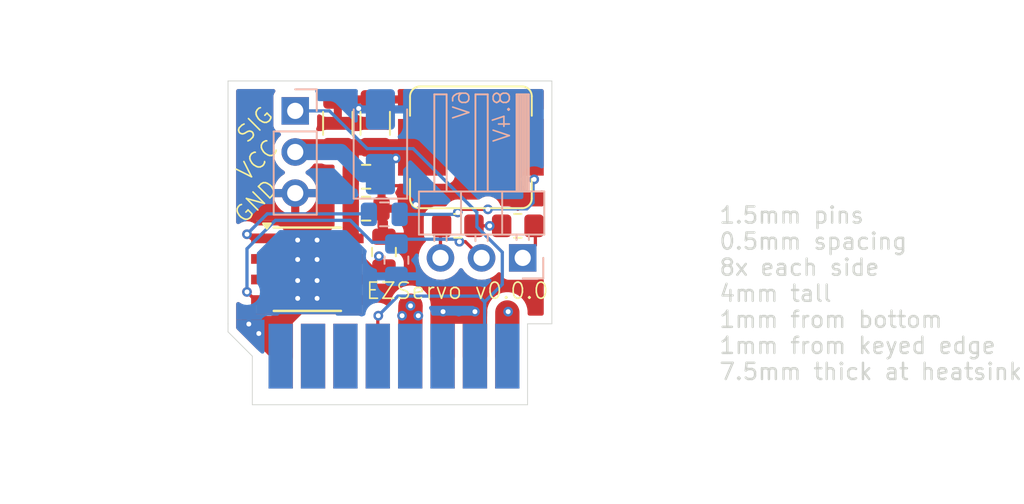
<source format=kicad_pcb>
(kicad_pcb (version 20240108) (generator "pcbnew") (generator_version "8.0")
  (title_block (title "EZ Servo") (date "2024-05-29") (rev "v0.0.0") (comment 1 "creativecommons.org/licenses/by-sa/4.0/") (comment 2 "License: CC BY-SA 4.0") (comment 3 "Author: Michael Smith"))
  (layers (0 "F.Cu" signal) (1 "In1.Cu" power) (2 "In2.Cu" power) (31 "B.Cu" signal) (34 "B.Paste" user) (35 "F.Paste" user) (36 "B.SilkS" user "B.Silkscreen") (37 "F.SilkS" user "F.Silkscreen") (38 "B.Mask" user) (39 "F.Mask" user) (44 "Edge.Cuts" user))
  (net 0 "")
  (net 1 "VOUT")
  (net 2 "GND")
  (net 3 "SERVO_PWM")
  (net 4 "8_4V")
  (net 5 "6V")
  (net 6 "SENSE")
  (net 7 "Net-(C2-Pad2)")
  (net 11 "Net-(U1-BOOT)")
  (net 12 "+24V")
  (footprint "Resistor_SMD:R_0805_2012Metric_Pad1.20x1.40mm_HandSolder" (layer "F.Cu") (at 39.19 33.95 180)
    (property "Reference" "R3" (hide yes))
    (property "Value" "39K")
    (fp_line (start -0.227064 0.735) (end 0.227064 0.735) (stroke (width 0.12)) (layer "F.SilkS"))
    (fp_line (start -0.227064 -0.735) (end 0.227064 -0.735) (stroke (width 0.12)) (layer "F.SilkS"))
    (pad "1" smd roundrect (at -1 0 180) (size 1.2 1.4) (layers "F.Cu" "F.Paste" "F.Mask") (roundrect_rratio 0.208333) (net 1 "VOUT"))
    (pad "2" smd roundrect (at 1 0 180) (size 1.2 1.4) (layers "F.Cu" "F.Paste" "F.Mask") (roundrect_rratio 0.208333) (net 5 "6V"))
  )
  (footprint "Resistor_SMD:R_0805_2012Metric_Pad1.20x1.40mm_HandSolder" (layer "F.Cu") (at 42.9 33.95)
    (property "Reference" "R1" (hide yes))
    (property "Value" "56K")
    (fp_line (start -0.227064 -0.735) (end 0.227064 -0.735) (stroke (width 0.12)) (layer "F.SilkS"))
    (fp_line (start -0.227064 0.735) (end 0.227064 0.735) (stroke (width 0.12)) (layer "F.SilkS"))
    (pad "1" smd roundrect (at -1 0) (size 1.2 1.4) (layers "F.Cu" "F.Paste" "F.Mask") (roundrect_rratio 0.208333) (net 1 "VOUT"))
    (pad "2" smd roundrect (at 1 0) (size 1.2 1.4) (layers "F.Cu" "F.Paste" "F.Mask") (roundrect_rratio 0.208333) (net 4 "8_4V"))
  )
  (footprint "Local Library:L_Bourns_SRP7050WA_7.9x7.3mm" (layer "F.Cu") (at 40 29.1 180)
    (property "Reference" "L1" (hide yes))
    (property "Value" "47uH")
    (fp_line (start 3.76 1.95) (end 3.76 3.1) (stroke (width 0.12)) (layer "F.SilkS"))
    (fp_line (start 3.76 -3.16) (end 3.76 -1.95) (stroke (width 0.12)) (layer "F.SilkS"))
    (fp_line (start 3.16 3.76) (end -3.16 3.76) (stroke (width 0.12)) (layer "F.SilkS"))
    (fp_line (start -3.16 -3.76) (end 3.16 -3.76) (stroke (width 0.12)) (layer "F.SilkS"))
    (fp_line (start -3.76 3.15) (end -3.76 1.95) (stroke (width 0.12)) (layer "F.SilkS"))
    (fp_line (start -3.76 -1.95) (end -3.76 -3.16) (stroke (width 0.12)) (layer "F.SilkS"))
    (fp_arc (start 3.76 3.1) (mid 3.59669 3.554264) (end 3.16 3.76) (stroke (width 0.12)) (layer "F.SilkS"))
    (fp_arc (start 3.16 -3.76) (mid 3.584264 -3.584264) (end 3.76 -3.16) (stroke (width 0.12)) (layer "F.SilkS"))
    (fp_arc (start -3.16 3.76) (mid -3.586334 3.579263) (end -3.76 3.15) (stroke (width 0.12)) (layer "F.SilkS"))
    (fp_arc (start -3.76 -3.16) (mid -3.584264 -3.584264) (end -3.16 -3.76) (stroke (width 0.12)) (layer "F.SilkS"))
    (pad "1" smd rect (at -3 0 180) (size 3 3.5) (layers "F.Cu" "F.Paste" "F.Mask") (net 7 "Net-(C2-Pad2)"))
    (pad "2" smd rect (at 3 0 180) (size 3 3.5) (layers "F.Cu" "F.Paste" "F.Mask") (net 1 "VOUT"))
  )
  (footprint "Capacitor_SMD:C_0805_2012Metric" (layer "F.Cu") (at 34.63 35.57 90)
    (property "Reference" "C1" (hide yes))
    (property "Value" "10uF")
    (fp_line (start -0.261252 -0.735) (end 0.261252 -0.735) (stroke (width 0.12)) (layer "F.SilkS"))
    (fp_line (start -0.261252 0.735) (end 0.261252 0.735) (stroke (width 0.12)) (layer "F.SilkS"))
    (pad "1" smd roundrect (at -0.95 0 90) (size 1 1.45) (layers "F.Cu" "F.Paste" "F.Mask") (net 12 "+24V"))
    (pad "2" smd roundrect (at 0.95 0 90) (size 1 1.45) (layers "F.Cu" "F.Paste" "F.Mask") (net 2 "GND"))
  )
  (footprint "Capacitor_SMD:C_1206_3216Metric" (layer "F.Cu") (at 34.09 27.62 90)
    (property "Reference" "C4" (hide yes))
    (property "Value" "100uF")
    (fp_line (start -0.711252 -0.91) (end 0.711252 -0.91) (stroke (width 0.12)) (layer "F.SilkS"))
    (fp_line (start -0.711252 0.91) (end 0.711252 0.91) (stroke (width 0.12)) (layer "F.SilkS"))
    (pad "1" smd roundrect (at -1.475 0 90) (size 1.15 1.8) (layers "F.Cu" "F.Paste" "F.Mask") (roundrect_rratio 0.217391) (net 1 "VOUT"))
    (pad "2" smd roundrect (at 1.475 0 90) (size 1.15 1.8) (layers "F.Cu" "F.Paste" "F.Mask") (roundrect_rratio 0.217391) (net 2 "GND"))
  )
  (footprint "Capacitor_SMD:C_0805_2012Metric" (layer "F.Cu") (at 33.53 30.92)
    (property "Reference" "C5" (hide yes))
    (property "Value" "10uF")
    (fp_line (start -0.261252 -0.735) (end 0.261252 -0.735) (stroke (width 0.12)) (layer "F.SilkS"))
    (fp_line (start -0.261252 0.735) (end 0.261252 0.735) (stroke (width 0.12)) (layer "F.SilkS"))
    (pad "1" smd roundrect (at -0.95 0) (size 1 1.45) (layers "F.Cu" "F.Paste" "F.Mask") (net 1 "VOUT"))
    (pad "2" smd roundrect (at 0.95 0) (size 1 1.45) (layers "F.Cu" "F.Paste" "F.Mask") (net 2 "GND"))
  )
  (footprint "Capacitor_SMD:C_1206_3216Metric" (layer "F.Cu") (at 31.78 27.62 90)
    (property "Reference" "C3" (hide yes))
    (property "Value" "100uF")
    (fp_line (start -0.711252 -0.91) (end 0.711252 -0.91) (stroke (width 0.12)) (layer "F.SilkS"))
    (fp_line (start -0.711252 0.91) (end 0.711252 0.91) (stroke (width 0.12)) (layer "F.SilkS"))
    (pad "1" smd roundrect (at -1.475 0 90) (size 1.15 1.8) (layers "F.Cu" "F.Paste" "F.Mask") (roundrect_rratio 0.217391) (net 1 "VOUT"))
    (pad "2" smd roundrect (at 1.475 0 90) (size 1.15 1.8) (layers "F.Cu" "F.Paste" "F.Mask") (roundrect_rratio 0.217391) (net 2 "GND"))
  )
  (footprint "Package_SO:TI_SO-PowerPAD-8_ThermalVias" (layer "F.Cu") (at 29.9 36.63)
    (property "Reference" "U1" (hide yes))
    (property "Value" "TPS5430DDA")
    (fp_line (start -2.075 -2.575) (end 2.075 -2.575) (stroke (width 0.15)) (layer "F.SilkS"))
    (fp_line (start -2.075 2.575) (end 2.075 2.575) (stroke (width 0.15)) (layer "F.SilkS"))
    (fp_poly (pts (xy -2.5 -2.5) (xy -2.74 -2.83) (xy -2.26 -2.83) (xy -2.5 -2.5)) (stroke (width 0.12)) (fill solid) (layer "F.SilkS"))
    (pad "1" smd rect (at -2.7 -1.905) (size 1.55 0.6) (layers "F.Cu" "F.Paste" "F.Mask") (net 11 "Net-(U1-BOOT)"))
    (pad "2" smd rect (at -2.7 -0.635) (size 1.55 0.6) (layers "F.Cu" "F.Paste" "F.Mask"))
    (pad "3" smd rect (at -2.7 0.635) (size 1.55 0.6) (layers "F.Cu" "F.Paste" "F.Mask"))
    (pad "4" smd rect (at -2.7 1.905) (size 1.55 0.6) (layers "F.Cu" "F.Paste" "F.Mask") (net 6 "SENSE"))
    (pad "5" smd rect (at 2.7 1.905) (size 1.55 0.6) (layers "F.Cu" "F.Paste" "F.Mask"))
    (pad "6" smd rect (at 2.7 0.635) (size 1.55 0.6) (layers "F.Cu" "F.Paste" "F.Mask") (net 2 "GND"))
    (pad "7" smd rect (at 2.7 -0.635) (size 1.55 0.6) (layers "F.Cu" "F.Paste" "F.Mask") (net 12 "+24V"))
    (pad "8" smd rect (at 2.7 -1.905) (size 1.55 0.6) (layers "F.Cu" "F.Paste" "F.Mask") (net 1 "VOUT"))
    (pad "9" thru_hole circle (at -0.6 -1.8) (size 0.6 0.6) (drill 0.3) (layers "*.Cu") (net 2 "GND"))
    (pad "9" thru_hole circle (at -0.6 -0.6) (size 0.6 0.6) (drill 0.3) (layers "*.Cu") (net 2 "GND"))
    (pad "9" thru_hole circle (at -0.6 0.7) (size 0.6 0.6) (drill 0.3) (layers "*.Cu") (net 2 "GND"))
    (pad "9" thru_hole circle (at -0.6 1.8) (size 0.6 0.6) (drill 0.3) (layers "*.Cu") (net 2 "GND"))
    (pad "9" smd rect (at 0 0) (size 2.6 3.1) (layers "F.Cu" "F.Paste" "F.Mask") (net 2 "GND"))
    (pad "9" smd rect (at 0 0) (size 2.95 4.5) (layers "F.Cu") (net 2 "GND"))
    (pad "9" smd rect (at 0 0) (size 2.95 4.5) (layers "B.Cu") (net 2 "GND"))
    (pad "9" thru_hole circle (at 0.6 -1.8) (size 0.6 0.6) (drill 0.3) (layers "*.Cu") (net 2 "GND"))
    (pad "9" thru_hole circle (at 0.6 -0.6) (size 0.6 0.6) (drill 0.3) (layers "*.Cu") (net 2 "GND"))
    (pad "9" thru_hole circle (at 0.6 0.7) (size 0.6 0.6) (drill 0.3) (layers "*.Cu") (net 2 "GND"))
    (pad "9" thru_hole circle (at 0.6 1.8) (size 0.6 0.6) (drill 0.3) (layers "*.Cu") (net 2 "GND"))
  )
  (footprint "Capacitor_SMD:C_0805_2012Metric" (layer "F.Cu") (at 33.53 32.89)
    (property "Reference" "C6" (hide yes))
    (property "Value" "10uF")
    (fp_line (start -0.261252 -0.735) (end 0.261252 -0.735) (stroke (width 0.12)) (layer "F.SilkS"))
    (fp_line (start -0.261252 0.735) (end 0.261252 0.735) (stroke (width 0.12)) (layer "F.SilkS"))
    (pad "1" smd roundrect (at -0.95 0) (size 1 1.45) (layers "F.Cu" "F.Paste" "F.Mask") (net 1 "VOUT"))
    (pad "2" smd roundrect (at 0.95 0) (size 1 1.45) (layers "F.Cu" "F.Paste" "F.Mask") (net 2 "GND"))
  )
  (footprint "Capacitor_SMD:C_0805_2012Metric" (layer "B.Cu") (at 34.65 33.24)
    (property "Reference" "C2" (hide yes))
    (property "Value" "100nF")
    (fp_line (start 0.261252 -0.735) (end -0.261252 -0.735) (stroke (width 0.12)) (layer "B.SilkS"))
    (fp_line (start 0.261252 0.735) (end -0.261252 0.735) (stroke (width 0.12)) (layer "B.SilkS"))
    (pad "1" smd roundrect (at -0.95 0) (size 1 1.45) (layers "B.Cu" "B.Paste" "B.Mask") (net 11 "Net-(U1-BOOT)"))
    (pad "2" smd roundrect (at 0.95 0) (size 1 1.45) (layers "B.Cu" "B.Paste" "B.Mask") (net 7 "Net-(C2-Pad2)"))
  )
  (footprint "Resistor_SMD:R_0805_2012Metric_Pad1.20x1.40mm_HandSolder" (layer "B.Cu") (at 35.4 36.07 -90)
    (property "Reference" "R2" (hide yes))
    (property "Value" "10K")
    (fp_line (start 0.227064 0.735) (end -0.227064 0.735) (stroke (width 0.12)) (layer "B.SilkS"))
    (fp_line (start 0.227064 -0.735) (end -0.227064 -0.735) (stroke (width 0.12)) (layer "B.SilkS"))
    (pad "1" smd roundrect (at -1 0 270) (size 1.2 1.4) (layers "B.Cu" "B.Paste" "B.Mask") (roundrect_rratio 0.208333) (net 6 "SENSE"))
    (pad "2" smd roundrect (at 1 0 270) (size 1.2 1.4) (layers "B.Cu" "B.Paste" "B.Mask") (roundrect_rratio 0.208333) (net 2 "GND"))
  )
  (footprint "Diode_SMD:D_SMA" (layer "B.Cu") (at 34.41 28.76 90)
    (property "Reference" "D1" (hide yes))
    (property "Value" "SS54")
    (fp_line (start 2 -1.65) (end -3.51 -1.65) (stroke (width 0.12)) (layer "B.SilkS"))
    (fp_line (start -3.51 -1.65) (end -3.51 1.65) (stroke (width 0.12)) (layer "B.SilkS"))
    (fp_line (start 2 1.65) (end -3.51 1.65) (stroke (width 0.12)) (layer "B.SilkS"))
    (pad "1" smd roundrect (at -2 0 90) (size 2.5 1.8) (layers "B.Cu" "B.Paste" "B.Mask") (roundrect_rratio 0.1388888889) (net 1 "VOUT"))
    (pad "2" smd roundrect (at 2 0 90) (size 2.5 1.8) (layers "B.Cu" "B.Paste" "B.Mask") (roundrect_rratio 0.1388888889) (net 2 "GND"))
  )
  (footprint "Local Library:BTT EZ" (layer "B.Cu") (at 35 42 180)
    (property "Reference" "J1" (hide yes))
    (property "Value" "Driver Pins")
    (fp_line (start 10 2) (end 10 1.5) (stroke (width 0.05)) (layer "Edge.Cuts"))
    (fp_line (start 10 1.5) (end 8.5 0) (stroke (width 0.05)) (layer "Edge.Cuts"))
    (fp_line (start 8.5 0) (end 8.5 -3) (stroke (width 0.05)) (layer "Edge.Cuts"))
    (fp_line (start 8.5 -3) (end -8.5 -3) (stroke (width 0.05)) (layer "Edge.Cuts"))
    (fp_line (start -8.5 -3) (end -8.5 2) (stroke (width 0.05)) (layer "Edge.Cuts"))
    (pad "1" connect rect (at -7.25 0 180) (size 1.5 4) (layers "B.Cu" "B.Mask"))
    (pad "2" connect rect (at -5.25 0 180) (size 1.5 4) (layers "B.Cu" "B.Mask") (net 3 "SERVO_PWM"))
    (pad "3" connect rect (at -3.25 0 180) (size 1.5 4) (layers "B.Cu" "B.Mask"))
    (pad "4" connect rect (at -1.25 0 180) (size 1.5 4) (layers "B.Cu" "B.Mask"))
    (pad "5" connect rect (at 0.75 0 180) (size 1.5 4) (layers "B.Cu" "B.Mask"))
    (pad "6" connect rect (at 2.75 0 180) (size 1.5 4) (layers "B.Cu" "B.Mask"))
    (pad "7" connect rect (at 4.75 0 180) (size 1.5 4) (layers "B.Cu" "B.Mask"))
    (pad "8" connect rect (at 6.75 0 180) (size 1.5 4) (layers "B.Cu" "B.Mask"))
    (pad "9" connect rect (at 6.75 0 180) (size 1.5 4) (layers "F.Cu" "F.Mask") (net 2 "GND"))
    (pad "10" connect rect (at 4.75 0 180) (size 1.5 4) (layers "F.Cu" "F.Mask"))
    (pad "11" connect rect (at 2.75 0 180) (size 1.5 4) (layers "F.Cu" "F.Mask"))
    (pad "12" connect rect (at 0.75 0 180) (size 1.5 4) (layers "F.Cu" "F.Mask") (net 3 "SERVO_PWM"))
    (pad "13" connect rect (at -1.25 0 180) (size 1.5 4) (layers "F.Cu" "F.Mask") (net 1 "VOUT"))
    (pad "14" connect rect (at -3.25 0 180) (size 1.5 4) (layers "F.Cu" "F.Mask") (net 2 "GND"))
    (pad "15" connect rect (at -5.25 0 180) (size 1.5 4) (layers "F.Cu" "F.Mask") (net 2 "GND"))
    (pad "16" connect rect (at -7.25 0 180) (size 1.5 4) (layers "F.Cu" "F.Mask") (net 12 "+24V"))
  )
  (footprint "Connector_PinHeader_2.54mm:PinHeader_1x03_P2.54mm_Vertical" (layer "B.Cu") (at 29.15 26.85 180)
    (property "Reference" "J2" (hide yes))
    (property "Value" "SERVO")
    (fp_line (start 1.33 -1.27) (end -1.33 -1.27) (stroke (width 0.12)) (layer "B.SilkS"))
    (fp_line (start 1.33 -6.41) (end 1.33 -1.27) (stroke (width 0.12)) (layer "B.SilkS"))
    (fp_line (start 1.33 -6.41) (end -1.33 -6.41) (stroke (width 0.12)) (layer "B.SilkS"))
    (fp_line (start 0 1.33) (end -1.33 1.33) (stroke (width 0.12)) (layer "B.SilkS"))
    (fp_line (start -1.33 1.33) (end -1.33 0) (stroke (width 0.12)) (layer "B.SilkS"))
    (fp_line (start -1.33 -6.41) (end -1.33 -1.27) (stroke (width 0.12)) (layer "B.SilkS"))
    (pad "1" thru_hole rect (at 0 0 180) (size 1.7 1.7) (drill 1) (layers "*.Cu" "*.Mask") (net 3 "SERVO_PWM"))
    (pad "2" thru_hole oval (at 0 -2.54 180) (size 1.7 1.7) (drill 1) (layers "*.Cu" "*.Mask") (net 1 "VOUT"))
    (pad "3" thru_hole oval (at 0 -5.08 180) (size 1.7 1.7) (drill 1) (layers "*.Cu" "*.Mask") (net 2 "GND"))
  )
  (footprint "Connector_PinHeader_2.54mm:PinHeader_1x03_P2.54mm_Horizontal" (layer "B.Cu") (at 43.2 35.93 90)
    (property "Reference" "J3" (hide yes))
    (property "Value" "VSEL")
    (fp_line (start 4.1 -6.41) (end 1.44 -6.41) (stroke (width 0.12)) (layer "B.SilkS"))
    (fp_line (start 1.44 -6.41) (end 1.44 1.33) (stroke (width 0.12)) (layer "B.SilkS"))
    (fp_line (start 10.1 -5.46) (end 10.1 -4.7) (stroke (width 0.12)) (layer "B.SilkS"))
    (fp_line (start 4.1 -5.46) (end 10.1 -5.46) (stroke (width 0.12)) (layer "B.SilkS"))
    (fp_line (start 1.44 -5.46) (end 1.042929 -5.46) (stroke (width 0.12)) (layer "B.SilkS"))
    (fp_line (start 10.1 -4.7) (end 4.1 -4.7) (stroke (width 0.12)) (layer "B.SilkS"))
    (fp_line (start 1.44 -4.7) (end 1.042929 -4.7) (stroke (width 0.12)) (layer "B.SilkS"))
    (fp_line (start 4.1 -3.81) (end 1.44 -3.81) (stroke (width 0.12)) (layer "B.SilkS"))
    (fp_line (start 10.1 -2.92) (end 10.1 -2.16) (stroke (width 0.12)) (layer "B.SilkS"))
    (fp_line (start 4.1 -2.92) (end 10.1 -2.92) (stroke (width 0.12)) (layer "B.SilkS"))
    (fp_line (start 1.44 -2.92) (end 1.042929 -2.92) (stroke (width 0.12)) (layer "B.SilkS"))
    (fp_line (start 10.1 -2.16) (end 4.1 -2.16) (stroke (width 0.12)) (layer "B.SilkS"))
    (fp_line (start 1.44 -2.16) (end 1.042929 -2.16) (stroke (width 0.12)) (layer "B.SilkS"))
    (fp_line (start 4.1 -1.27) (end 1.44 -1.27) (stroke (width 0.12)) (layer "B.SilkS"))
    (fp_line (start 10.1 -0.38) (end 10.1 0.38) (stroke (width 0.12)) (layer "B.SilkS"))
    (fp_line (start 4.1 -0.38) (end 10.1 -0.38) (stroke (width 0.12)) (layer "B.SilkS"))
    (fp_line (start 1.44 -0.38) (end 1.11 -0.38) (stroke (width 0.12)) (layer "B.SilkS"))
    (fp_line (start 10.1 -0.28) (end 4.1 -0.28) (stroke (width 0.12)) (layer "B.SilkS"))
    (fp_line (start 10.1 -0.16) (end 4.1 -0.16) (stroke (width 0.12)) (layer "B.SilkS"))
    (fp_line (start 10.1 -0.04) (end 4.1 -0.04) (stroke (width 0.12)) (layer "B.SilkS"))
    (fp_line (start 10.1 0.08) (end 4.1 0.08) (stroke (width 0.12)) (layer "B.SilkS"))
    (fp_line (start 10.1 0.2) (end 4.1 0.2) (stroke (width 0.12)) (layer "B.SilkS"))
    (fp_line (start 10.1 0.32) (end 4.1 0.32) (stroke (width 0.12)) (layer "B.SilkS"))
    (fp_line (start 10.1 0.38) (end 4.1 0.38) (stroke (width 0.12)) (layer "B.SilkS"))
    (fp_line (start 1.44 0.38) (end 1.11 0.38) (stroke (width 0.12)) (layer "B.SilkS"))
    (fp_line (start 0 1.27) (end -1.27 1.27) (stroke (width 0.12)) (layer "B.SilkS"))
    (fp_line (start -1.27 1.27) (end -1.27 0) (stroke (width 0.12)) (layer "B.SilkS"))
    (fp_line (start 4.1 1.33) (end 4.1 -6.41) (stroke (width 0.12)) (layer "B.SilkS"))
    (fp_line (start 1.44 1.33) (end 4.1 1.33) (stroke (width 0.12)) (layer "B.SilkS"))
    (pad "1" thru_hole rect (at 0 0 90) (size 1.7 1.7) (drill 1) (layers "*.Cu" "*.Mask") (net 4 "8_4V"))
    (pad "2" thru_hole oval (at 0 -2.54 90) (size 1.7 1.7) (drill 1) (layers "*.Cu" "*.Mask") (net 6 "SENSE"))
    (pad "3" thru_hole oval (at 0 -5.08 90) (size 1.7 1.7) (drill 1) (layers "*.Cu" "*.Mask") (net 5 "6V"))
  )
  (gr_line (start 45 25) (end 45 40) (stroke (width 0.05)) (layer "Edge.Cuts"))
  (gr_line (start 43.5 40) (end 45 40) (stroke (width 0.05)) (layer "Edge.Cuts"))
  (gr_line (start 25 40) (end 25 25) (stroke (width 0.05)) (layer "Edge.Cuts"))
  (gr_line (start 25 25) (end 45 25) (stroke (width 0.05)) (layer "Edge.Cuts"))
  (gr_text "8.4V" (at 42.5 25.5 90) (layer "B.SilkS") (effects (font (size 1 1) (thickness 0.1)) (justify left bottom mirror)))
  (gr_text "6V" (at 40 25.5 90) (layer "B.SilkS") (effects (font (size 1 1) (thickness 0.1)) (justify left bottom mirror)))
  (gr_text "SIG" (at 26.17 29.01 45) (layer "F.SilkS") (effects (font (size 1 1) (thickness 0.1)) (justify left bottom)))
  (gr_text "VCC" (at 26.19 31.36 45) (layer "F.SilkS") (effects (font (size 1 1) (thickness 0.1)) (justify left bottom)))
  (gr_text "EZServo ${REVISION}" (at 33.45 38.55 0) (layer "F.SilkS") (effects (font (size 1 1) (thickness 0.1)) (justify left bottom)))
  (gr_text "GND" (at 26.01 33.98 45) (layer "F.SilkS") (effects (font (size 1 1) (thickness 0.1)) (justify left bottom)))
  (gr_text "1.5mm pins\n0.5mm spacing\n8x each side\n4mm tall\n1mm from bottom\n1mm from keyed edge\n7.5mm thick at heatsink" (at 55.26 43.54 0) (layer "Edge.Cuts") (effects (font (size 1 1)) (justify left bottom)))
  (segment (start 37 29.1) (end 29.44 29.1) (width 1) (layer "F.Cu") (net 1))
  (segment (start 36.27 38.89) (end 36.25 39.5) (width 1.5) (layer "F.Cu") (net 1))
  (segment (start 35.36 29.78) (end 36.32 29.78) (width 0.2) (layer "F.Cu") (net 1))
  (segment (start 31.94 29.175) (end 31.86 29.095) (width 1) (layer "F.Cu") (net 1))
  (segment (start 36.25 42) (end 36.27 38.89) (width 1.5) (layer "F.Cu") (net 1))
  (segment (start 42.1375 33.93) (end 42.1575 33.95) (width 0.2) (layer "F.Cu") (net 1))
  (segment (start 29.44 29.1) (end 29.15 29.39) (width 1) (layer "F.Cu") (net 1))
  (segment (start 32.58 32.89) (end 32.58 29.155) (width 1) (layer "F.Cu") (net 1))
  (segment (start 40.6125 33.95) (end 42.1575 33.95) (width 0.2) (layer "F.Cu") (net 1))
  (segment (start 32.58 34.705) (end 32.6 34.725) (width 1) (layer "F.Cu") (net 1))
  (segment (start 32.58 32.89) (end 32.58 34.705) (width 1) (layer "F.Cu") (net 1))
  (segment (start 31.86 29.095) (end 31.78 29.095) (width 1) (layer "F.Cu") (net 1))
  (segment (start 36.32 29.78) (end 37 29.1) (width 0.2) (layer "F.Cu") (net 1))
  (via (at 36.27 38.89) (size 0.6) (drill 0.3) (layers "F.Cu" "B.Cu") (net 1))
  (via (at 35.75 39.5) (size 0.6) (drill 0.3) (layers "F.Cu" "B.Cu") (net 1))
  (via (at 35.36 29.78) (size 0.6) (drill 0.3) (layers "F.Cu" "B.Cu") (net 1))
  (via (at 41.159265 33.950735) (size 0.6) (drill 0.3) (layers "F.Cu" "B.Cu") (net 1))
  (via (at 36.75 39.5) (size 0.6) (drill 0.3) (layers "F.Cu" "B.Cu") (net 1))
  (segment (start 31.965 29.39) (end 33.335 30.76) (width 1) (layer "B.Cu") (net 1))
  (segment (start 29.15 29.39) (end 31.965 29.39) (width 1) (layer "B.Cu") (net 1))
  (segment (start 33.335 30.76) (end 34.41 30.76) (width 1) (layer "B.Cu") (net 1))
  (segment (start 34.48 30.92) (end 35.03 31.47) (width 0.2) (layer "F.Cu") (net 2))
  (segment (start 40.25 39.25) (end 40.25 39.5) (width 1.5) (layer "F.Cu") (net 2))
  (segment (start 29.3 38.43) (end 29.3 38.95) (width 1) (layer "F.Cu") (net 2))
  (segment (start 35.03 31.47) (end 35.82 31.47) (width 0.2) (layer "F.Cu") (net 2))
  (segment (start 26.9 40.6) (end 26.9 40.65) (width 1) (layer "F.Cu") (net 2))
  (segment (start 29.3 36.03) (end 29.26 35.99) (width 1) (layer "F.Cu") (net 2))
  (segment (start 26.9 40.6) (end 27.65 40.6) (width 1) (layer "F.Cu") (net 2))
  (segment (start 40.25 42) (end 40.25 39.25) (width 1.5) (layer "F.Cu") (net 2))
  (segment (start 26.283883 40.016117) (end 28.233883 40.016117) (width 1) (layer "F.Cu") (net 2))
  (segment (start 29.26 35.99) (end 29.26 35.46) (width 1) (layer "F.Cu") (net 2))
  (segment (start 28.25 42) (end 28.25 41.982234) (width 1.5) (layer "F.Cu") (net 2))
  (segment (start 28.25 42) (end 28.25 40) (width 1.5) (layer "F.Cu") (net 2))
  (segment (start 26.9 40.65) (end 28.25 42) (width 1) (layer "F.Cu") (net 2))
  (segment (start 28.233883 40.016117) (end 28.25 40) (width 1) (layer "F.Cu") (net 2))
  (segment (start 38.28 39.25) (end 40.25 39.25) (width 1.5) (layer "F.Cu") (net 2))
  (segment (start 38.25 39.25) (end 38.28 39.25) (width 1.5) (layer "F.Cu") (net 2))
  (segment (start 38.25 42) (end 38.25 39.25) (width 1.5) (layer "F.Cu") (net 2))
  (segment (start 27.65 40.6) (end 28.25 40) (width 1) (layer "F.Cu") (net 2))
  (segment (start 29.3 38.95) (end 28.25 40) (width 1) (layer "F.Cu") (net 2))
  (via (at 26.9 40.6) (size 0.6) (drill 0.3) (layers "F.Cu" "B.Cu") (net 2))
  (via (at 36.6 32.64) (size 0.6) (drill 0.3) (layers "F.Cu" "B.Cu") (net 2))
  (via (at 26.283883 40.016117) (size 0.6) (drill 0.3) (layers "F.Cu" "B.Cu") (net 2))
  (via (at 38.28 39.25) (size 0.6) (drill 0.3) (layers "F.Cu" "B.Cu") (net 2))
  (via (at 40.25 39.25) (size 0.6) (drill 0.3) (layers "F.Cu" "B.Cu") (net 2))
  (via (at 33.07 26.7) (size 0.6) (drill 0.3) (layers "F.Cu" "B.Cu") (net 2))
  (segment (start 34.25 39.529998) (end 34.28 39.499998) (width 0.2) (layer "F.Cu") (net 3))
  (segment (start 34.25 42) (end 34.25 39.529998) (width 0.2) (layer "F.Cu") (net 3))
  (via (at 34.28 39.499998) (size 0.6) (drill 0.3) (layers "F.Cu" "B.Cu") (net 3))
  (segment (start 40.49 38.29) (end 40.85 38.65) (width 0.2) (layer "B.Cu") (net 3))
  (segment (start 41.94 35.58) (end 41.94 37.56) (width 0.2) (layer "B.Cu") (net 3))
  (segment (start 31.26 26.85) (end 33.59 29.18) (width 0.2) (layer "B.Cu") (net 3))
  (segment (start 36.43 29.18) (end 40.37 33.12) (width 0.2) (layer "B.Cu") (net 3))
  (segment (start 29.15 26.85) (end 31.26 26.85) (width 0.2) (layer "B.Cu") (net 3))
  (segment (start 35.489998 38.29) (end 40.49 38.29) (width 0.2) (layer "B.Cu") (net 3))
  (segment (start 40.37 34.01) (end 41.94 35.58) (width 0.2) (layer "B.Cu") (net 3))
  (segment (start 40.85 38.65) (end 40.85 41.4) (width 0.2) (layer "B.Cu") (net 3))
  (segment (start 34.28 39.499998) (end 35.489998 38.29) (width 0.2) (layer "B.Cu") (net 3))
  (segment (start 33.59 29.18) (end 36.43 29.18) (width 0.2) (layer "B.Cu") (net 3))
  (segment (start 41.94 37.56) (end 40.85 38.65) (width 0.2) (layer "B.Cu") (net 3))
  (segment (start 40.85 41.4) (end 40.25 42) (width 0.2) (layer "B.Cu") (net 3))
  (segment (start 40.37 33.12) (end 40.37 34.01) (width 0.2) (layer "B.Cu") (net 3))
  (segment (start 43.9825 35.1475) (end 43.2 35.93) (width 0.2) (layer "F.Cu") (net 4))
  (segment (start 43.9825 33.95) (end 43.9825 35.1475) (width 0.2) (layer "F.Cu") (net 4))
  (segment (start 38.19 33.95) (end 38.12 34.02) (width 0.2) (layer "F.Cu") (net 5))
  (segment (start 38.12 34.02) (end 38.12 35.93) (width 0.2) (layer "F.Cu") (net 5))
  (segment (start 39.29 34.93) (end 39.66 34.93) (width 0.2) (layer "F.Cu") (net 6))
  (segment (start 26.675 38.535) (end 27.2 38.535) (width 0.2) (layer "F.Cu") (net 6))
  (segment (start 39.66 34.93) (end 40.66 35.93) (width 0.2) (layer "F.Cu") (net 6))
  (segment (start 26.17 38.03) (end 26.675 38.535) (width 0.2) (layer "F.Cu") (net 6))
  (via (at 39.29 34.93) (size 0.6) (drill 0.3) (layers "F.Cu" "B.Cu") (net 6))
  (via (at 26.17 38.03) (size 0.6) (drill 0.3) (layers "F.Cu" "B.Cu") (net 6))
  (segment (start 27.925686 33.61) (end 32.55 33.61) (width 0.2) (layer "B.Cu") (net 6))
  (segment (start 35.551154 34.9875) (end 35.4 34.9875) (width 0.2) (layer "B.Cu") (net 6))
  (segment (start 35.761483 34.777171) (end 35.551154 34.9875) (width 0.2) (layer "B.Cu") (net 6))
  (segment (start 32.55 33.61) (end 33.9075 34.9675) (width 0.2) (layer "B.Cu") (net 6))
  (segment (start 39.29 34.93) (end 39.137171 34.777171) (width 0.2) (layer "B.Cu") (net 6))
  (segment (start 39.137171 34.777171) (end 35.761483 34.777171) (width 0.2) (layer "B.Cu") (net 6))
  (segment (start 33.9075 34.9675) (end 35.4 34.9675) (width 0.2) (layer "B.Cu") (net 6))
  (segment (start 26.17 38.03) (end 26.17 35.365686) (width 0.2) (layer "B.Cu") (net 6))
  (segment (start 26.17 35.365686) (end 27.925686 33.61) (width 0.2) (layer "B.Cu") (net 6))
  (segment (start 41.05 32.930823) (end 39.382007 32.930823) (width 0.2) (layer "F.Cu") (net 7))
  (segment (start 43.91 30.01) (end 43 29.1) (width 0.2) (layer "F.Cu") (net 7))
  (segment (start 39.382007 32.930823) (end 39.190001 33.122829) (width 0.2) (layer "F.Cu") (net 7))
  (segment (start 43.91 31.08) (end 43.91 30.01) (width 0.2) (layer "F.Cu") (net 7))
  (via (at 39.190001 33.122829) (size 0.6) (drill 0.3) (layers "F.Cu" "B.Cu") (net 7))
  (via (at 43.91 31.08) (size 0.6) (drill 0.3) (layers "F.Cu" "B.Cu") (net 7))
  (via (at 41.05 32.930823) (size 0.6) (drill 0.3) (layers "F.Cu" "B.Cu") (net 7))
  (segment (start 43.84 32.52) (end 43.84 31.15) (width 0.2) (layer "B.Cu") (net 7))
  (segment (start 43.84 31.15) (end 43.91 31.08) (width 0.2) (layer "B.Cu") (net 7))
  (segment (start 35.6 33.23) (end 35.62 33.21) (width 0.2) (layer "B.Cu") (net 7))
  (segment (start 41.080279 32.900544) (end 43.459456 32.900544) (width 0.2) (layer "B.Cu") (net 7))
  (segment (start 43.459456 32.900544) (end 43.84 32.52) (width 0.2) (layer "B.Cu") (net 7))
  (segment (start 41.05 32.930823) (end 41.080279 32.900544) (width 0.2) (layer "B.Cu") (net 7))
  (segment (start 39.190001 33.122829) (end 39.07283 33.24) (width 0.2) (layer "B.Cu") (net 7))
  (segment (start 39.07283 33.24) (end 35.6 33.24) (width 0.2) (layer "B.Cu") (net 7))
  (segment (start 35.6 33.24) (end 35.6 33.23) (width 0.2) (layer "B.Cu") (net 7))
  (segment (start 26.17 34.47) (end 26.425 34.725) (width 0.2) (layer "F.Cu") (net 11))
  (segment (start 26.425 34.725) (end 27.2 34.725) (width 0.2) (layer "F.Cu") (net 11))
  (via (at 26.17 34.47) (size 0.6) (drill 0.3) (layers "F.Cu" "B.Cu") (net 11))
  (segment (start 26.17 34.46) (end 27.42 33.21) (width 0.2) (layer "B.Cu") (net 11))
  (segment (start 26.17 34.47) (end 26.17 34.46) (width 0.2) (layer "B.Cu") (net 11))
  (segment (start 27.42 33.21) (end 33.72 33.21) (width 0.2) (layer "B.Cu") (net 11))
  (segment (start 33.385 35.995) (end 33.91 36.52) (width 0.2) (layer "F.Cu") (net 12))
  (segment (start 32.6 35.995) (end 33.385 35.995) (width 0.2) (layer "F.Cu") (net 12))
  (segment (start 33.91 36.52) (end 34.63 36.52) (width 0.2) (layer "F.Cu") (net 12))
  (segment (start 42.25 42) (end 42.25 39.3) (width 1.5) (layer "F.Cu") (net 12))
  (via (at 34.319216 35.825929) (size 0.6) (drill 0.3) (layers "F.Cu" "B.Cu") (net 12))
  (via (at 42.3 39.25) (size 0.6) (drill 0.3) (layers "F.Cu" "B.Cu") (net 12))
  (zone (net 2) (net_name "GND") (layers "F.Cu" "In2.Cu" "B.Cu") (priority 2) (connect_pads (clearance 0)) (min_thickness 0.25) (fill yes (thermal_gap 0.5) (thermal_bridge_width 0.5))
    (polygon (pts (xy 25 39.75) (xy 27.25 39.75) (xy 27.25 42) (xy 25 40)))
  )
  (zone (net 2) (net_name "GND") (layers "F.Cu" "In2.Cu" "B.Cu") (connect_pads (clearance 0.5)) (min_thickness 0.25) (fill yes (thermal_gap 0.5) (thermal_bridge_width 0.5))
    (polygon (pts (xy 25.03 24.99) (xy 45.01 24.99) (xy 45.01 39.38) (xy 45 39.89) (xy 24.99 39.89) (xy 25 39.4) (xy 25 25.02)))
  )
  (zone (net 2) (net_name "GND") (layers "F&B.Cu") (priority 1) (connect_pads yes (clearance 0.5)) (min_thickness 0.25) (fill yes (thermal_gap 0.5) (thermal_bridge_width 0.5))
    (polygon (pts (xy 26.73 33.6) (xy 33.28 33.6) (xy 33.28 39.41) (xy 26.73 39.41)))
  )
)
</source>
